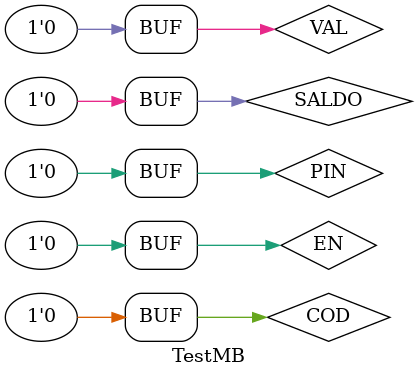
<source format=v>
`timescale 1ns / 1ps


module TestMB;

	// Inputs
	reg EN;
	reg PIN;
	reg COD;
	reg VAL;
	reg SALDO;

	// Outputs
	wire COD_OUT;
	wire [3:0] VAL_OUT;
	wire [3:0] SALDO_OUT;
	wire [4:0] ECRA;
	wire [0:0] PAR;

	// Instantiate the Unit Under Test (UUT)
	MB uut (
		.EN(EN), 
		.PIN(PIN), 
		.COD(COD), 
		.COD_OUT(COD_OUT), 
		.VAL(VAL), 
		.VAL_OUT(VAL_OUT), 
		.SALDO(SALDO), 
		.SALDO_OUT(SALDO_OUT), 
		.ECRA(ECRA), 
		.PAR(PAR)
	);

	initial begin
		// Initialize Inputs
		EN = 0;
		PIN = 0;
		COD = 0;
		VAL = 0;
		SALDO = 0;

		// Wait 100 ns for global reset to finish
		#100;
        
		// Add stimulus here

	end
      
endmodule


</source>
